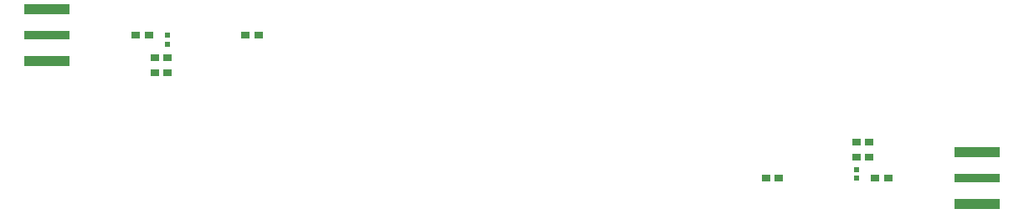
<source format=gtp>
G04*
G04 #@! TF.GenerationSoftware,Altium Limited,Altium Designer,20.1.12 (249)*
G04*
G04 Layer_Color=8421504*
%FSLAX25Y25*%
%MOIN*%
G70*
G04*
G04 #@! TF.SameCoordinates,B43397F4-0A5E-4D4A-B50E-CAD48B1EF134*
G04*
G04*
G04 #@! TF.FilePolarity,Positive*
G04*
G01*
G75*
%ADD14R,0.17953X0.03937*%
%ADD15R,0.17953X0.03347*%
%ADD16R,0.03543X0.02756*%
%ADD17R,0.02126X0.01890*%
D14*
X12665Y95843D02*
D03*
Y75213D02*
D03*
X383004Y38952D02*
D03*
Y18322D02*
D03*
D15*
X12665Y85528D02*
D03*
X383004Y28637D02*
D03*
D16*
X55581Y70528D02*
D03*
X60699D02*
D03*
X55581Y76528D02*
D03*
X60699D02*
D03*
X96817Y85528D02*
D03*
X91699D02*
D03*
X53259D02*
D03*
X48140D02*
D03*
X347529Y28637D02*
D03*
X342411D02*
D03*
X298852D02*
D03*
X303970D02*
D03*
X340088Y37137D02*
D03*
X334970D02*
D03*
X340088Y43137D02*
D03*
X334970D02*
D03*
D17*
X60699Y85528D02*
D03*
Y82064D02*
D03*
X334970Y28637D02*
D03*
Y32102D02*
D03*
M02*

</source>
